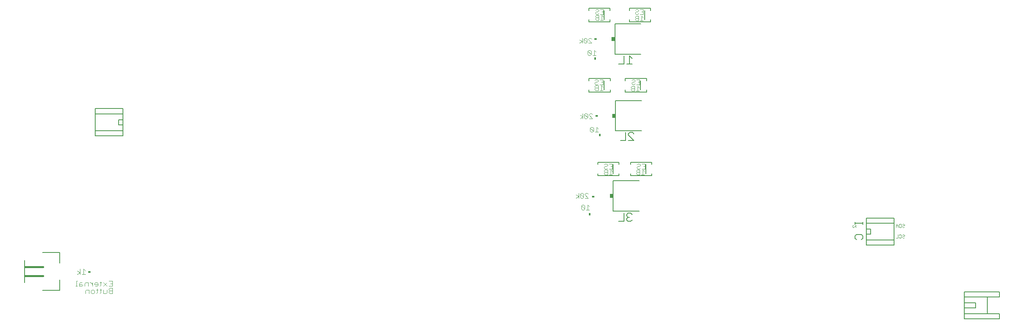
<source format=gbo>
G75*
G70*
%OFA0B0*%
%FSLAX24Y24*%
%IPPOS*%
%LPD*%
%AMOC8*
5,1,8,0,0,1.08239X$1,22.5*
%
%ADD10C,0.0040*%
%ADD11C,0.0060*%
%ADD12C,0.0020*%
%ADD13R,0.0236X0.0157*%
%ADD14C,0.0050*%
%ADD15C,0.0157*%
%ADD16R,0.0157X0.0236*%
%ADD17C,0.0080*%
%ADD18R,0.0300X0.0340*%
D10*
X005982Y003355D02*
X005982Y003585D01*
X006059Y003662D01*
X006289Y003662D01*
X006289Y003355D01*
X006442Y003432D02*
X006442Y003585D01*
X006519Y003662D01*
X006672Y003662D01*
X006749Y003585D01*
X006749Y003432D01*
X006672Y003355D01*
X006519Y003355D01*
X006442Y003432D01*
X006903Y003355D02*
X006979Y003432D01*
X006979Y003739D01*
X007056Y003662D02*
X006903Y003662D01*
X007209Y003662D02*
X007363Y003662D01*
X007286Y003739D02*
X007286Y003432D01*
X007209Y003355D01*
X007516Y003355D02*
X007516Y003662D01*
X007516Y003355D02*
X007746Y003355D01*
X007823Y003432D01*
X007823Y003662D01*
X007977Y003662D02*
X008053Y003585D01*
X008284Y003585D01*
X008284Y003355D02*
X008053Y003355D01*
X007977Y003432D01*
X007977Y003508D01*
X008053Y003585D01*
X007977Y003662D02*
X007977Y003739D01*
X008053Y003815D01*
X008284Y003815D01*
X008284Y003355D01*
X008284Y003970D02*
X007977Y003970D01*
X007823Y003970D02*
X007516Y004277D01*
X007363Y004277D02*
X007209Y004277D01*
X007286Y004354D02*
X007286Y004047D01*
X007209Y003970D01*
X007056Y004047D02*
X007056Y004200D01*
X006979Y004277D01*
X006826Y004277D01*
X006749Y004200D01*
X006749Y004123D01*
X007056Y004123D01*
X007056Y004047D02*
X006979Y003970D01*
X006826Y003970D01*
X006596Y003970D02*
X006596Y004277D01*
X006596Y004123D02*
X006442Y004277D01*
X006365Y004277D01*
X006212Y004277D02*
X005982Y004277D01*
X005905Y004200D01*
X005905Y003970D01*
X005752Y004047D02*
X005675Y004123D01*
X005445Y004123D01*
X005445Y004200D02*
X005445Y003970D01*
X005675Y003970D01*
X005752Y004047D01*
X005675Y004277D02*
X005521Y004277D01*
X005445Y004200D01*
X005291Y003970D02*
X005138Y003970D01*
X005215Y003970D02*
X005215Y004430D01*
X005291Y004430D01*
X006212Y004277D02*
X006212Y003970D01*
X007516Y003970D02*
X007823Y004277D01*
X007977Y004430D02*
X008284Y004430D01*
X008284Y003970D01*
X008284Y004200D02*
X008130Y004200D01*
X005983Y004975D02*
X005676Y004975D01*
X005829Y004975D02*
X005829Y005435D01*
X005983Y005282D01*
X005522Y005435D02*
X005522Y004975D01*
X005522Y005128D02*
X005292Y004975D01*
X005522Y005128D02*
X005292Y005282D01*
X047900Y011500D02*
X048105Y011637D01*
X047900Y011774D01*
X048105Y011910D02*
X048105Y011500D01*
X048246Y011568D02*
X048314Y011500D01*
X048451Y011500D01*
X048519Y011568D01*
X048246Y011842D01*
X048246Y011568D01*
X048519Y011568D02*
X048519Y011842D01*
X048451Y011910D01*
X048314Y011910D01*
X048246Y011842D01*
X048660Y011842D02*
X048728Y011910D01*
X048865Y011910D01*
X048934Y011842D01*
X048660Y011842D02*
X048660Y011774D01*
X048934Y011500D01*
X048660Y011500D01*
X048551Y010910D02*
X048414Y010910D01*
X048346Y010842D01*
X048619Y010568D01*
X048551Y010500D01*
X048414Y010500D01*
X048346Y010568D01*
X048346Y010842D01*
X048551Y010910D02*
X048619Y010842D01*
X048619Y010568D01*
X048760Y010500D02*
X049034Y010500D01*
X048897Y010500D02*
X048897Y010910D01*
X049034Y010774D01*
X050364Y013500D02*
X050569Y013500D01*
X050569Y013910D01*
X050364Y013910D01*
X050296Y013842D01*
X050296Y013774D01*
X050364Y013705D01*
X050569Y013705D01*
X050364Y013705D02*
X050296Y013637D01*
X050296Y013568D01*
X050364Y013500D01*
X050710Y013500D02*
X050984Y013500D01*
X050847Y013500D02*
X050847Y013910D01*
X050984Y013774D01*
X050984Y014000D02*
X050710Y014000D01*
X050569Y014068D02*
X050501Y014000D01*
X050364Y014000D01*
X050296Y014068D01*
X050296Y014137D01*
X050364Y014205D01*
X050501Y014205D01*
X050569Y014274D01*
X050569Y014342D01*
X050501Y014410D01*
X050364Y014410D01*
X050296Y014342D01*
X050710Y014410D02*
X050984Y014410D01*
X050984Y014000D01*
X050984Y014205D02*
X050847Y014205D01*
X053046Y013842D02*
X053046Y013774D01*
X053114Y013705D01*
X053319Y013705D01*
X053114Y013705D02*
X053046Y013637D01*
X053046Y013568D01*
X053114Y013500D01*
X053319Y013500D01*
X053319Y013910D01*
X053114Y013910D01*
X053046Y013842D01*
X053164Y014000D02*
X053301Y014000D01*
X053369Y014068D01*
X053301Y014205D02*
X053164Y014205D01*
X053096Y014137D01*
X053096Y014068D01*
X053164Y014000D01*
X053301Y014205D02*
X053369Y014274D01*
X053369Y014342D01*
X053301Y014410D01*
X053164Y014410D01*
X053096Y014342D01*
X053510Y014410D02*
X053784Y014410D01*
X053784Y014000D01*
X053510Y014000D01*
X053597Y013910D02*
X053597Y013500D01*
X053734Y013500D02*
X053460Y013500D01*
X053734Y013774D02*
X053597Y013910D01*
X053647Y014205D02*
X053784Y014205D01*
X049784Y017150D02*
X049510Y017150D01*
X049647Y017150D02*
X049647Y017560D01*
X049784Y017424D01*
X049369Y017492D02*
X049369Y017218D01*
X049096Y017492D01*
X049096Y017218D01*
X049164Y017150D01*
X049301Y017150D01*
X049369Y017218D01*
X049369Y017492D02*
X049301Y017560D01*
X049164Y017560D01*
X049096Y017492D01*
X049010Y018300D02*
X049284Y018300D01*
X049010Y018574D01*
X049010Y018642D01*
X049078Y018710D01*
X049215Y018710D01*
X049284Y018642D01*
X048869Y018642D02*
X048869Y018368D01*
X048596Y018642D01*
X048596Y018368D01*
X048664Y018300D01*
X048801Y018300D01*
X048869Y018368D01*
X048869Y018642D02*
X048801Y018710D01*
X048664Y018710D01*
X048596Y018642D01*
X048455Y018710D02*
X048455Y018300D01*
X048455Y018437D02*
X048250Y018300D01*
X048455Y018437D02*
X048250Y018574D01*
X049564Y020700D02*
X049769Y020700D01*
X049769Y021110D01*
X049564Y021110D01*
X049496Y021042D01*
X049496Y020974D01*
X049564Y020905D01*
X049769Y020905D01*
X049564Y020905D02*
X049496Y020837D01*
X049496Y020768D01*
X049564Y020700D01*
X049910Y020700D02*
X050184Y020700D01*
X050047Y020700D02*
X050047Y021110D01*
X050184Y020974D01*
X050184Y021200D02*
X049910Y021200D01*
X049769Y021268D02*
X049701Y021200D01*
X049564Y021200D01*
X049496Y021268D01*
X049496Y021337D01*
X049564Y021405D01*
X049701Y021405D01*
X049769Y021474D01*
X049769Y021542D01*
X049701Y021610D01*
X049564Y021610D01*
X049496Y021542D01*
X049910Y021610D02*
X050184Y021610D01*
X050184Y021200D01*
X050184Y021405D02*
X050047Y021405D01*
X052596Y020992D02*
X052596Y020924D01*
X052664Y020855D01*
X052869Y020855D01*
X052664Y020855D02*
X052596Y020787D01*
X052596Y020718D01*
X052664Y020650D01*
X052869Y020650D01*
X052869Y021060D01*
X052664Y021060D01*
X052596Y020992D01*
X052714Y021200D02*
X052851Y021200D01*
X052919Y021268D01*
X052851Y021405D02*
X052714Y021405D01*
X052646Y021337D01*
X052646Y021268D01*
X052714Y021200D01*
X052851Y021405D02*
X052919Y021474D01*
X052919Y021542D01*
X052851Y021610D01*
X052714Y021610D01*
X052646Y021542D01*
X053060Y021610D02*
X053334Y021610D01*
X053334Y021200D01*
X053060Y021200D01*
X053147Y021060D02*
X053147Y020650D01*
X053284Y020650D02*
X053010Y020650D01*
X053284Y020924D02*
X053147Y021060D01*
X053197Y021405D02*
X053334Y021405D01*
X049584Y023700D02*
X049310Y023700D01*
X049447Y023700D02*
X049447Y024110D01*
X049584Y023974D01*
X049169Y024042D02*
X049101Y024110D01*
X048964Y024110D01*
X048896Y024042D01*
X049169Y023768D01*
X049101Y023700D01*
X048964Y023700D01*
X048896Y023768D01*
X048896Y024042D01*
X049169Y024042D02*
X049169Y023768D01*
X049234Y024750D02*
X048960Y025024D01*
X048960Y025092D01*
X049028Y025160D01*
X049165Y025160D01*
X049234Y025092D01*
X049234Y024750D02*
X048960Y024750D01*
X048819Y024818D02*
X048546Y025092D01*
X048546Y024818D01*
X048614Y024750D01*
X048751Y024750D01*
X048819Y024818D01*
X048819Y025092D01*
X048751Y025160D01*
X048614Y025160D01*
X048546Y025092D01*
X048405Y025160D02*
X048405Y024750D01*
X048405Y024887D02*
X048200Y025024D01*
X048405Y024887D02*
X048200Y024750D01*
X049614Y026700D02*
X049819Y026700D01*
X049819Y027110D01*
X049614Y027110D01*
X049546Y027042D01*
X049546Y026974D01*
X049614Y026905D01*
X049819Y026905D01*
X049614Y026905D02*
X049546Y026837D01*
X049546Y026768D01*
X049614Y026700D01*
X049960Y026700D02*
X050234Y026700D01*
X050097Y026700D02*
X050097Y027110D01*
X050234Y026974D01*
X050234Y027200D02*
X049960Y027200D01*
X049819Y027268D02*
X049751Y027200D01*
X049614Y027200D01*
X049546Y027268D01*
X049546Y027337D01*
X049614Y027405D01*
X049751Y027405D01*
X049819Y027474D01*
X049819Y027542D01*
X049751Y027610D01*
X049614Y027610D01*
X049546Y027542D01*
X049960Y027610D02*
X050234Y027610D01*
X050234Y027200D01*
X050234Y027405D02*
X050097Y027405D01*
X052946Y027337D02*
X052946Y027268D01*
X053014Y027200D01*
X053151Y027200D01*
X053219Y027268D01*
X053151Y027405D02*
X053014Y027405D01*
X052946Y027337D01*
X052946Y027542D02*
X053014Y027610D01*
X053151Y027610D01*
X053219Y027542D01*
X053219Y027474D01*
X053151Y027405D01*
X053360Y027200D02*
X053634Y027200D01*
X053634Y027610D01*
X053360Y027610D01*
X053497Y027405D02*
X053634Y027405D01*
X053497Y027060D02*
X053497Y026650D01*
X053634Y026650D02*
X053360Y026650D01*
X053219Y026650D02*
X053014Y026650D01*
X052946Y026718D01*
X052946Y026787D01*
X053014Y026855D01*
X053219Y026855D01*
X053014Y026855D02*
X052946Y026924D01*
X052946Y026992D01*
X053014Y027060D01*
X053219Y027060D01*
X053219Y026650D01*
X053497Y027060D02*
X053634Y026924D01*
D11*
X052443Y023651D02*
X052443Y022960D01*
X052213Y022960D02*
X052674Y022960D01*
X052674Y023420D02*
X052443Y023651D01*
X051983Y023651D02*
X051983Y022960D01*
X051523Y022960D01*
X052133Y017101D02*
X052133Y016410D01*
X051673Y016410D01*
X052363Y016410D02*
X052824Y016410D01*
X052363Y016870D01*
X052363Y016985D01*
X052478Y017101D01*
X052708Y017101D01*
X052824Y016985D01*
X052558Y010201D02*
X052328Y010201D01*
X052213Y010085D01*
X052213Y009970D01*
X052328Y009855D01*
X052213Y009740D01*
X052213Y009625D01*
X052328Y009510D01*
X052558Y009510D01*
X052674Y009625D01*
X052443Y009855D02*
X052328Y009855D01*
X052674Y010085D02*
X052558Y010201D01*
X051983Y010201D02*
X051983Y009510D01*
X051523Y009510D01*
X071733Y009455D02*
X071733Y009241D01*
X071733Y009348D02*
X072374Y009348D01*
X072374Y009455D02*
X072374Y009241D01*
X072267Y008381D02*
X072374Y008274D01*
X072374Y008061D01*
X072267Y007954D01*
X072267Y008381D02*
X071840Y008381D01*
X071733Y008274D01*
X071733Y008061D01*
X071840Y007954D01*
D12*
X071794Y008988D02*
X071794Y009175D01*
X071607Y008988D01*
X071560Y008988D01*
X071513Y009035D01*
X071513Y009128D01*
X071560Y009175D01*
X075204Y009182D02*
X075204Y008995D01*
X075204Y009135D02*
X075391Y009135D01*
X075391Y009182D02*
X075298Y009275D01*
X075204Y009182D01*
X075391Y009182D02*
X075391Y008995D01*
X075481Y009042D02*
X075481Y009228D01*
X075527Y009275D01*
X075667Y009275D01*
X075667Y008995D01*
X075527Y008995D01*
X075481Y009042D01*
X075757Y009042D02*
X075803Y008995D01*
X075897Y008995D01*
X075944Y009042D01*
X075897Y009135D02*
X075803Y009135D01*
X075757Y009088D01*
X075757Y009042D01*
X075897Y009135D02*
X075944Y009182D01*
X075944Y009228D01*
X075897Y009275D01*
X075803Y009275D01*
X075757Y009228D01*
X075803Y008375D02*
X075897Y008375D01*
X075944Y008328D01*
X075944Y008282D01*
X075897Y008235D01*
X075803Y008235D01*
X075757Y008188D01*
X075757Y008142D01*
X075803Y008095D01*
X075897Y008095D01*
X075944Y008142D01*
X075757Y008328D02*
X075803Y008375D01*
X075667Y008328D02*
X075667Y008142D01*
X075621Y008095D01*
X075527Y008095D01*
X075481Y008142D01*
X075391Y008095D02*
X075204Y008095D01*
X075391Y008095D02*
X075391Y008375D01*
X075481Y008328D02*
X075527Y008375D01*
X075621Y008375D01*
X075667Y008328D01*
D13*
X049354Y011630D03*
X049654Y018530D03*
X049554Y025080D03*
X006304Y005180D03*
D14*
X003785Y004521D02*
X003785Y003616D01*
X002328Y003616D01*
X000793Y004285D02*
X000793Y006175D01*
X000793Y005998D02*
X000793Y004462D01*
X003785Y005939D02*
X003785Y006844D01*
X002328Y006844D01*
X006822Y016819D02*
X009185Y016819D01*
X009185Y017267D01*
X006822Y017267D01*
X006822Y018693D01*
X009185Y018693D01*
X009185Y019141D01*
X006822Y019141D01*
X006822Y018693D01*
X008822Y018193D02*
X008822Y017767D01*
X009185Y017767D01*
X009185Y018193D01*
X008822Y018193D01*
X009185Y018193D02*
X009185Y018693D01*
X009185Y017767D02*
X009185Y017267D01*
X006822Y017267D02*
X006822Y016819D01*
X072672Y009796D02*
X072672Y009348D01*
X075035Y009348D01*
X075035Y007922D01*
X072672Y007922D01*
X072672Y007474D01*
X075035Y007474D01*
X075035Y007922D01*
X073035Y008422D02*
X072672Y008422D01*
X072672Y007922D01*
X072672Y008422D02*
X072672Y008848D01*
X073035Y008848D01*
X073035Y008422D01*
X072672Y008848D02*
X072672Y009348D01*
X072672Y009796D02*
X075035Y009796D01*
X075035Y009348D01*
X081043Y003496D02*
X084035Y003496D01*
X084035Y003048D01*
X083004Y003048D01*
X081043Y003048D01*
X081043Y002548D01*
X082004Y002548D01*
X082004Y002122D01*
X081043Y002122D01*
X081043Y001622D01*
X083004Y001622D01*
X084035Y001622D01*
X084035Y001174D01*
X081043Y001174D01*
X081043Y001622D01*
X081043Y002122D02*
X081043Y002548D01*
X081043Y003048D02*
X081043Y003496D01*
X083004Y003048D02*
X083004Y001622D01*
D15*
X002368Y004836D02*
X000846Y004836D01*
X000846Y005623D02*
X002368Y005624D01*
D16*
X049054Y010130D03*
X049904Y016880D03*
X049504Y023430D03*
D17*
X051204Y023790D02*
X053424Y023790D01*
X051204Y023790D02*
X051204Y026370D01*
X053424Y026370D01*
X053747Y026736D02*
X053747Y027524D01*
X054259Y027524D02*
X054259Y027705D01*
X052448Y027705D01*
X052448Y027524D01*
X052448Y026736D02*
X052448Y026555D01*
X054259Y026555D01*
X054259Y026736D01*
X050799Y026736D02*
X050799Y026555D01*
X048988Y026555D01*
X048988Y026736D01*
X050287Y026736D02*
X050287Y027524D01*
X050799Y027524D02*
X050799Y027705D01*
X048988Y027705D01*
X048988Y027524D01*
X048998Y021705D02*
X048998Y021524D01*
X048998Y021705D02*
X050809Y021705D01*
X050809Y021524D01*
X050297Y021524D02*
X050297Y020736D01*
X050809Y020736D02*
X050809Y020555D01*
X048998Y020555D01*
X048998Y020736D01*
X051254Y019820D02*
X051254Y017240D01*
X053474Y017240D01*
X053474Y019820D02*
X051254Y019820D01*
X052098Y020555D02*
X053909Y020555D01*
X053909Y020736D01*
X053397Y020736D02*
X053397Y021524D01*
X053909Y021524D02*
X053909Y021705D01*
X052098Y021705D01*
X052098Y021524D01*
X052098Y020736D02*
X052098Y020555D01*
X052548Y014555D02*
X052548Y014374D01*
X052548Y014555D02*
X054359Y014555D01*
X054359Y014374D01*
X053847Y014374D02*
X053847Y013586D01*
X054359Y013586D02*
X054359Y013405D01*
X052548Y013405D01*
X052548Y013586D01*
X051559Y013586D02*
X051559Y013405D01*
X049748Y013405D01*
X049748Y013586D01*
X051047Y013586D02*
X051047Y014374D01*
X051559Y014374D02*
X051559Y014555D01*
X049748Y014555D01*
X049748Y014374D01*
X051054Y012970D02*
X051054Y010390D01*
X053274Y010390D01*
X053274Y012970D02*
X051054Y012970D01*
D18*
X050904Y011680D03*
X051104Y018530D03*
X051054Y025080D03*
M02*

</source>
